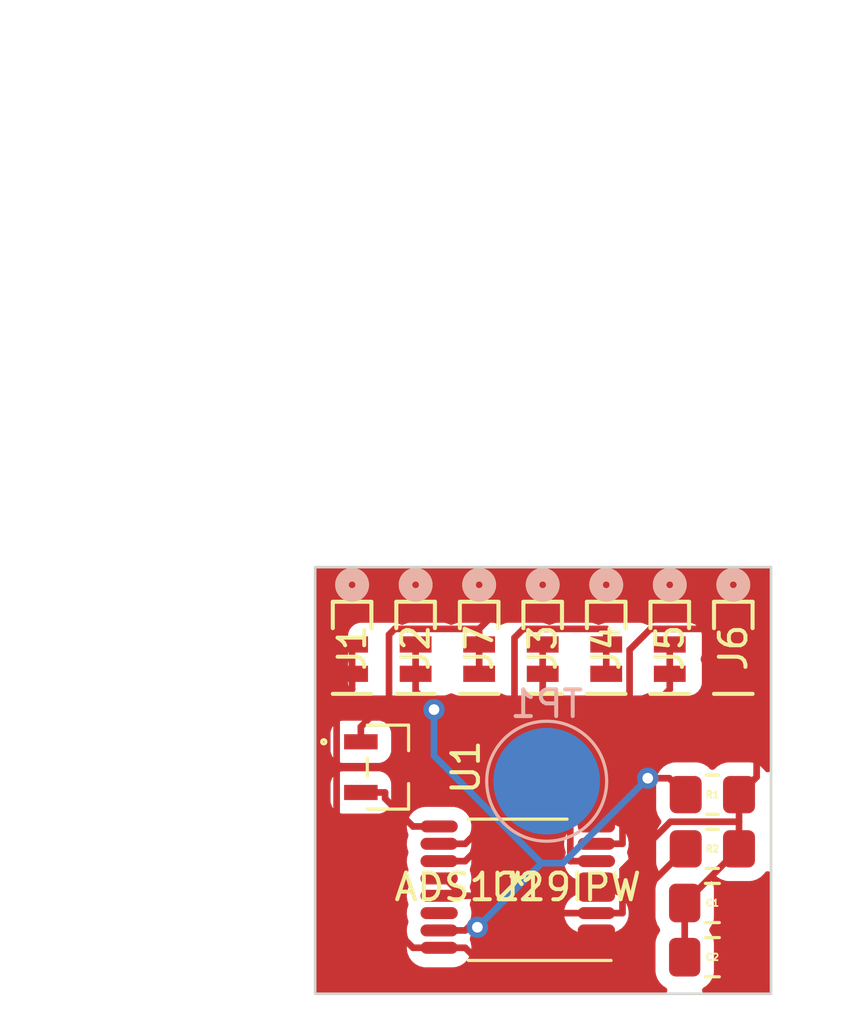
<source format=kicad_pcb>
(kicad_pcb (version 20221018) (generator pcbnew)
  (title_block (title "ADS1219 Breakout") (date "2022-07-17") (rev "4") (company "BecauseImClever.com"))
  (layers (0 "F.Cu" signal) (31 "B.Cu" signal) (34 "B.Paste" user) (35 "F.Paste" user) (36 "B.SilkS" user "B.Silkscreen") (37 "F.SilkS" user "F.Silkscreen") (38 "B.Mask" user) (39 "F.Mask" user) (44 "Edge.Cuts" user))
  (net 0 "")
  (net 1 "GND")
  (net 2 "+3.3V")
  (net 3 "/SDA")
  (net 4 "/SCL")
  (net 5 "/AIN0")
  (net 6 "/AIN1")
  (net 7 "/AIN2")
  (net 8 "/AIN3")
  (net 9 "Net-(U1-VOUT)")
  (footprint "ADS1219:ADS1219IPW" (layer "F.Cu") (at 165.6146 86.0715 180)
    (fp_text reference "U2" (at 0 0 180) (layer "F.SilkS"))
    (fp_text value "ADS1219IPW" (at 0 0 180) (layer "F.SilkS"))
    (fp_text user "*" (at 0 0 180) (layer "F.SilkS"))
    (fp_line (start -3.500001 -2.75) (end 1.849999 -2.75) (stroke (width 0.12)) (layer "F.SilkS"))
    (fp_line (start -1.849999 2.549997) (end 1.849999 2.549997) (stroke (width 0.12)) (layer "F.SilkS"))
    (pad "1" smd oval (at -2.949999 -2.274999 270) (size 0.449999 1.4) (layers "F.Cu" "F.Paste" "F.Mask") (net 1 "GND"))
    (pad "2" smd oval (at -2.949999 -1.624998 270) (size 0.449999 1.4) (layers "F.Cu" "F.Paste" "F.Mask") (net 1 "GND"))
    (pad "3" smd oval (at -2.949999 -0.974999 270) (size 0.449999 1.4) (layers "F.Cu" "F.Paste" "F.Mask") (net 2 "+3.3V"))
    (pad "4" smd oval (at -2.949999 -0.324998 270) (size 0.449999 1.4) (layers "F.Cu" "F.Paste" "F.Mask") (net 1 "GND"))
    (pad "5" smd oval (at -2.949999 0.325001 270) (size 0.449999 1.4) (layers "F.Cu" "F.Paste" "F.Mask") (net 1 "GND"))
    (pad "6" smd oval (at -2.949999 0.975002 270) (size 0.449999 1.4) (layers "F.Cu" "F.Paste" "F.Mask") (net 8 "/AIN3"))
    (pad "7" smd oval (at -2.949999 1.625001 270) (size 0.449999 1.4) (layers "F.Cu" "F.Paste" "F.Mask") (net 7 "/AIN2"))
    (pad "8" smd oval (at -2.949999 2.275002 270) (size 0.449999 1.4) (layers "F.Cu" "F.Paste" "F.Mask") (net 1 "GND"))
    (pad "9" smd oval (at 2.950002 2.275002 270) (size 0.449999 1.4) (layers "F.Cu" "F.Paste" "F.Mask") (net 9 "Net-(U1-VOUT)"))
    (pad "10" smd oval (at 2.950002 1.625001 270) (size 0.449999 1.4) (layers "F.Cu" "F.Paste" "F.Mask") (net 6 "/AIN1"))
    (pad "11" smd oval (at 2.950002 0.975002 270) (size 0.449999 1.4) (layers "F.Cu" "F.Paste" "F.Mask") (net 5 "/AIN0"))
    (pad "12" smd oval (at 2.950002 0.325001 270) (size 0.449999 1.4) (layers "F.Cu" "F.Paste" "F.Mask") (net 2 "+3.3V"))
    (pad "13" smd oval (at 2.950002 -0.324998 270) (size 0.449999 1.4) (layers "F.Cu" "F.Paste" "F.Mask") (net 2 "+3.3V"))
    (pad "14" smd oval (at 2.950002 -0.974999 270) (size 0.449999 1.4) (layers "F.Cu" "F.Paste" "F.Mask"))
    (pad "15" smd oval (at 2.950002 -1.624998 270) (size 0.449999 1.4) (layers "F.Cu" "F.Paste" "F.Mask") (net 3 "/SDA"))
    (pad "16" smd oval (at 2.950002 -2.274999 270) (size 0.449999 1.4) (layers "F.Cu" "F.Paste" "F.Mask") (net 4 "/SCL"))
  )
  (footprint "CompressionConnectors:CONN2_IPS-4102T_IRE" (layer "F.Cu") (at 168.9333 76.9715 90)
    (fp_text reference "J4" (at -0.125 0 90 unlocked) (layer "F.SilkS"))
    (fp_text value "IPS-4102T-01Y900")
    (fp_circle (center 2.2372 0) (end 2.6182 0) (stroke (width 0.508)) (fill none) (layer "B.SilkS"))
    (fp_line (start -1.8522 -0.7239) (end -1.8522 0.7239) (stroke (width 0.1524)) (layer "F.SilkS"))
    (fp_line (start 0.612351 0.7239) (end 1.6022 0.7239) (stroke (width 0.1524)) (layer "F.SilkS"))
    (fp_line (start 1.6022 -0.7239) (end 0.612351 -0.7239) (stroke (width 0.1524)) (layer "F.SilkS"))
    (fp_line (start 1.6022 0.7239) (end 1.6022 -0.7239) (stroke (width 0.1524)) (layer "F.SilkS"))
    (fp_circle (center 2.2372 0) (end 2.6182 0) (stroke (width 0.508)) (fill none) (layer "F.SilkS"))
    (pad "1" smd rect (at 0.000001 0 90) (size 0.6096 1.1938) (layers "F.Cu" "F.Paste" "F.Mask") (net 6 "/AIN1"))
    (pad "2" smd rect (at -1.099999 0 90) (size 0.6096 1.1938) (layers "F.Cu" "F.Paste" "F.Mask") (net 6 "/AIN1"))
  )
  (footprint "CompressionConnectors:CONN2_IPS-4102T_IRE" (layer "F.Cu") (at 161.7833 76.9715 90)
    (fp_text reference "J2" (at -0.125 0 90 unlocked) (layer "F.SilkS"))
    (fp_text value "IPS-4102T-01Y900")
    (fp_circle (center 2.2372 0) (end 2.6182 0) (stroke (width 0.508)) (fill none) (layer "B.SilkS"))
    (fp_line (start -1.8522 -0.7239) (end -1.8522 0.7239) (stroke (width 0.1524)) (layer "F.SilkS"))
    (fp_line (start 0.612351 0.7239) (end 1.6022 0.7239) (stroke (width 0.1524)) (layer "F.SilkS"))
    (fp_line (start 1.6022 -0.7239) (end 0.612351 -0.7239) (stroke (width 0.1524)) (layer "F.SilkS"))
    (fp_line (start 1.6022 0.7239) (end 1.6022 -0.7239) (stroke (width 0.1524)) (layer "F.SilkS"))
    (fp_circle (center 2.2372 0) (end 2.6182 0) (stroke (width 0.508)) (fill none) (layer "F.SilkS"))
    (pad "1" smd rect (at 0.000001 0 90) (size 0.6096 1.1938) (layers "F.Cu" "F.Paste" "F.Mask") (net 3 "/SDA"))
    (pad "2" smd rect (at -1.099999 0 90) (size 0.6096 1.1938) (layers "F.Cu" "F.Paste" "F.Mask") (net 3 "/SDA"))
  )
  (footprint "NCP51460SN33T1G:NCP51460SN33T1G" (layer "F.Cu") (at 160.7446 81.5715 -90)
    (fp_text reference "U1" (at 0 -2.921 90) (layer "F.SilkS"))
    (fp_text value "NCP51460SN33T1G" hide)
    (fp_line (start -1.5748 -0.7747) (end -1.5748 0.7747) (stroke (width 0.12)) (layer "F.SilkS"))
    (fp_line (start -0.61674 -0.7747) (end -1.5748 -0.7747) (stroke (width 0.12)) (layer "F.SilkS"))
    (fp_line (start -0.33322 0.7747) (end 0.33322 0.7747) (stroke (width 0.12)) (layer "F.SilkS"))
    (fp_line (start 1.5748 -0.7747) (end 0.61674 -0.7747) (stroke (width 0.12)) (layer "F.SilkS"))
    (fp_line (start 1.5748 0.7747) (end 1.5748 -0.7747) (stroke (width 0.12)) (layer "F.SilkS"))
    (fp_circle (center -0.94996 2.407399) (end -0.87376 2.407399) (stroke (width 0.12)) (fill none) (layer "F.SilkS"))
    (pad "1" smd rect (at -0.94996 1.016 270) (size 0.568 1.258799) (layers "F.Cu" "F.Paste" "F.Mask") (net 2 "+3.3V"))
    (pad "2" smd rect (at 0.94996 1.016 270) (size 0.568 1.258799) (layers "F.Cu" "F.Paste" "F.Mask") (net 9 "Net-(U1-VOUT)"))
    (pad "3" smd rect (at 0 -1.016 270) (size 0.568 1.258799) (layers "F.Cu" "F.Paste" "F.Mask") (net 1 "GND"))
  )
  (footprint "CompressionConnectors:CONN2_IPS-4102T_IRE" (layer "F.Cu") (at 173.7 76.9715 90)
    (fp_text reference "J6" (at -0.125 0 90 unlocked) (layer "F.SilkS"))
    (fp_text value "IPS-4102T-01Y900")
    (fp_circle (center 2.2372 0) (end 2.6182 0) (stroke (width 0.508)) (fill none) (layer "B.SilkS"))
    (fp_line (start -1.8522 -0.7239) (end -1.8522 0.7239) (stroke (width 0.1524)) (layer "F.SilkS"))
    (fp_line (start 0.612351 0.7239) (end 1.6022 0.7239) (stroke (width 0.1524)) (layer "F.SilkS"))
    (fp_line (start 1.6022 -0.7239) (end 0.612351 -0.7239) (stroke (width 0.1524)) (layer "F.SilkS"))
    (fp_line (start 1.6022 0.7239) (end 1.6022 -0.7239) (stroke (width 0.1524)) (layer "F.SilkS"))
    (fp_circle (center 2.2372 0) (end 2.6182 0) (stroke (width 0.508)) (fill none) (layer "F.SilkS"))
    (pad "1" smd rect (at 0.000001 0 90) (size 0.6096 1.1938) (layers "F.Cu" "F.Paste" "F.Mask") (net 8 "/AIN3"))
    (pad "2" smd rect (at -1.099999 0 90) (size 0.6096 1.1938) (layers "F.Cu" "F.Paste" "F.Mask") (net 8 "/AIN3"))
  )
  (footprint "CompressionConnectors:CONN2_IPS-4102T_IRE" (layer "F.Cu") (at 166.55 76.9715 90)
    (fp_text reference "J3" (at -0.125 0 90 unlocked) (layer "F.SilkS"))
    (fp_text value "IPS-4102T-01Y900")
    (fp_circle (center 2.2372 0) (end 2.6182 0) (stroke (width 0.508)) (fill none) (layer "B.SilkS"))
    (fp_line (start -1.8522 -0.7239) (end -1.8522 0.7239) (stroke (width 0.1524)) (layer "F.SilkS"))
    (fp_line (start 0.612351 0.7239) (end 1.6022 0.7239) (stroke (width 0.1524)) (layer "F.SilkS"))
    (fp_line (start 1.6022 -0.7239) (end 0.612351 -0.7239) (stroke (width 0.1524)) (layer "F.SilkS"))
    (fp_line (start 1.6022 0.7239) (end 1.6022 -0.7239) (stroke (width 0.1524)) (layer "F.SilkS"))
    (fp_circle (center 2.2372 0) (end 2.6182 0) (stroke (width 0.508)) (fill none) (layer "F.SilkS"))
    (pad "1" smd rect (at 0.000001 0 90) (size 0.6096 1.1938) (layers "F.Cu" "F.Paste" "F.Mask") (net 5 "/AIN0"))
    (pad "2" smd rect (at -1.099999 0 90) (size 0.6096 1.1938) (layers "F.Cu" "F.Paste" "F.Mask") (net 5 "/AIN0"))
  )
  (footprint "CompressionConnectors:CONN2_IPS-4102T_IRE" (layer "F.Cu") (at 171.3167 76.9715 90)
    (fp_text reference "J5" (at -0.125 0 90 unlocked) (layer "F.SilkS"))
    (fp_text value "IPS-4102T-01Y900")
    (fp_circle (center 2.2372 0) (end 2.6182 0) (stroke (width 0.508)) (fill none) (layer "B.SilkS"))
    (fp_line (start -1.8522 -0.7239) (end -1.8522 0.7239) (stroke (width 0.1524)) (layer "F.SilkS"))
    (fp_line (start 0.612351 0.7239) (end 1.6022 0.7239) (stroke (width 0.1524)) (layer "F.SilkS"))
    (fp_line (start 1.6022 -0.7239) (end 0.612351 -0.7239) (stroke (width 0.1524)) (layer "F.SilkS"))
    (fp_line (start 1.6022 0.7239) (end 1.6022 -0.7239) (stroke (width 0.1524)) (layer "F.SilkS"))
    (fp_circle (center 2.2372 0) (end 2.6182 0) (stroke (width 0.508)) (fill none) (layer "F.SilkS"))
    (pad "1" smd rect (at 0.000001 0 90) (size 0.6096 1.1938) (layers "F.Cu" "F.Paste" "F.Mask") (net 7 "/AIN2"))
    (pad "2" smd rect (at -1.099999 0 90) (size 0.6096 1.1938) (layers "F.Cu" "F.Paste" "F.Mask") (net 7 "/AIN2"))
  )
  (footprint "CompressionConnectors:CONN2_IPS-4102T_IRE" (layer "F.Cu") (at 159.4 76.9715 90)
    (fp_text reference "J1" (at -0.125 0 90 unlocked) (layer "F.SilkS"))
    (fp_text value "IPS-4102T-01Y900")
    (fp_circle (center 2.2372 0) (end 2.6182 0) (stroke (width 0.508)) (fill none) (layer "B.SilkS"))
    (fp_line (start -1.8522 -0.7239) (end -1.8522 0.7239) (stroke (width 0.1524)) (layer "F.SilkS"))
    (fp_line (start 0.612351 0.7239) (end 1.6022 0.7239) (stroke (width 0.1524)) (layer "F.SilkS"))
    (fp_line (start 1.6022 -0.7239) (end 0.612351 -0.7239) (stroke (width 0.1524)) (layer "F.SilkS"))
    (fp_line (start 1.6022 0.7239) (end 1.6022 -0.7239) (stroke (width 0.1524)) (layer "F.SilkS"))
    (fp_circle (center 2.2372 0) (end 2.6182 0) (stroke (width 0.508)) (fill none) (layer "F.SilkS"))
    (pad "1" smd rect (at 0.000001 0 90) (size 0.6096 1.1938) (layers "F.Cu" "F.Paste" "F.Mask") (net 4 "/SCL"))
    (pad "2" smd rect (at -1.099999 0 90) (size 0.6096 1.1938) (layers "F.Cu" "F.Paste" "F.Mask") (net 4 "/SCL"))
  )
  (footprint "Capacitor_SMD:C_0805_2012Metric_Pad1.18x1.45mm_HandSolder" (layer "F.Cu") (at 172.9146 86.6675 180)
    (fp_text reference "C1" (at 0 0) (layer "F.SilkS") (effects (font (size 0.25 0.25))))
    (fp_text value "0.1μf")
    (fp_line (start -0.261252 -0.735) (end 0.261252 -0.735) (stroke (width 0.12)) (layer "F.SilkS"))
    (fp_line (start -0.261252 0.735) (end 0.261252 0.735) (stroke (width 0.12)) (layer "F.SilkS"))
    (pad "1" smd roundrect (at -1.0375 0 180) (size 1.175 1.45) (layers "F.Cu" "F.Paste" "F.Mask") (roundrect_rratio 0.2127659574) (net 1 "GND"))
    (pad "2" smd roundrect (at 1.0375 0 180) (size 1.175 1.45) (layers "F.Cu" "F.Paste" "F.Mask") (roundrect_rratio 0.2127659574) (net 2 "+3.3V"))
  )
  (footprint "Resistor_SMD:R_0805_2012Metric_Pad1.20x1.40mm_HandSolder" (layer "F.Cu") (at 172.9146 84.6355 180)
    (fp_text reference "R2" (at 0 0) (layer "F.SilkS") (effects (font (size 0.25 0.25))))
    (fp_text value "4.7k")
    (fp_line (start -0.227064 -0.735) (end 0.227064 -0.735) (stroke (width 0.12)) (layer "F.SilkS"))
    (fp_line (start -0.227064 0.735) (end 0.227064 0.735) (stroke (width 0.12)) (layer "F.SilkS"))
    (pad "1" smd roundrect (at -1 0 180) (size 1.2 1.4) (layers "F.Cu" "F.Paste" "F.Mask") (roundrect_rratio 0.2083333333) (net 2 "+3.3V"))
    (pad "2" smd roundrect (at 1 0 180) (size 1.2 1.4) (layers "F.Cu" "F.Paste" "F.Mask") (roundrect_rratio 0.2083333333) (net 4 "/SCL"))
  )
  (footprint "CompressionConnectors:CONN2_IPS-4102T_IRE" (layer "F.Cu") (at 164.1667 76.9715 90)
    (fp_text reference "J7" (at -0.125 0 90 unlocked) (layer "F.SilkS"))
    (fp_text value "IPS-4102T-01Y900")
    (fp_circle (center 2.2372 0) (end 2.6182 0) (stroke (width 0.508)) (fill none) (layer "B.SilkS"))
    (fp_line (start -1.8522 -0.7239) (end -1.8522 0.7239) (stroke (width 0.1524)) (layer "F.SilkS"))
    (fp_line (start 0.612351 0.7239) (end 1.6022 0.7239) (stroke (width 0.1524)) (layer "F.SilkS"))
    (fp_line (start 1.6022 -0.7239) (end 0.612351 -0.7239) (stroke (width 0.1524)) (layer "F.SilkS"))
    (fp_line (start 1.6022 0.7239) (end 1.6022 -0.7239) (stroke (width 0.1524)) (layer "F.SilkS"))
    (fp_circle (center 2.2372 0) (end 2.6182 0) (stroke (width 0.508)) (fill none) (layer "F.SilkS"))
    (pad "1" smd rect (at 0.000001 0 90) (size 0.6096 1.1938) (layers "F.Cu" "F.Paste" "F.Mask") (net 2 "+3.3V"))
    (pad "2" smd rect (at -1.099999 0 90) (size 0.6096 1.1938) (layers "F.Cu" "F.Paste" "F.Mask") (net 2 "+3.3V"))
  )
  (footprint "Resistor_SMD:R_0805_2012Metric_Pad1.20x1.40mm_HandSolder" (layer "F.Cu") (at 172.9146 82.6035 180)
    (fp_text reference "R1" (at 0 0) (layer "F.SilkS") (effects (font (size 0.25 0.25))))
    (fp_text value "4.7k")
    (fp_line (start -0.227064 -0.735) (end 0.227064 -0.735) (stroke (width 0.12)) (layer "F.SilkS"))
    (fp_line (start -0.227064 0.735) (end 0.227064 0.735) (stroke (width 0.12)) (layer "F.SilkS"))
    (pad "1" smd roundrect (at -1 0 180) (size 1.2 1.4) (layers "F.Cu" "F.Paste" "F.Mask") (roundrect_rratio 0.2083333333) (net 2 "+3.3V"))
    (pad "2" smd roundrect (at 1 0 180) (size 1.2 1.4) (layers "F.Cu" "F.Paste" "F.Mask") (roundrect_rratio 0.2083333333) (net 3 "/SDA"))
  )
  (footprint "Capacitor_SMD:C_0805_2012Metric_Pad1.18x1.45mm_HandSolder" (layer "F.Cu") (at 172.9146 88.6995)
    (fp_text reference "C2" (at 0 0) (layer "F.SilkS") (effects (font (size 0.25 0.25))))
    (fp_text value "0.1μf")
    (fp_line (start -0.261252 -0.735) (end 0.261252 -0.735) (stroke (width 0.12)) (layer "F.SilkS"))
    (fp_line (start -0.261252 0.735) (end 0.261252 0.735) (stroke (width 0.12)) (layer "F.SilkS"))
    (pad "1" smd roundrect (at -1.0375 0) (size 1.175 1.45) (layers "F.Cu" "F.Paste" "F.Mask") (roundrect_rratio 0.2127659574) (net 2 "+3.3V"))
    (pad "2" smd roundrect (at 1.0375 0) (size 1.175 1.45) (layers "F.Cu" "F.Paste" "F.Mask") (roundrect_rratio 0.2127659574) (net 1 "GND"))
  )
  (footprint "TestPoint:TestPoint_Pad_D4.0mm" (layer "B.Cu") (at 166.7 82.1 180)
    (fp_text reference "TP1" (at 0 2.898) (layer "B.SilkS") (effects (justify mirror)))
    (fp_text value "TestPoint")
    (fp_circle (center 0 0) (end 0 -2.25) (stroke (width 0.12)) (fill none) (layer "B.SilkS"))
    (pad "1" smd circle (at 0 0 180) (size 4 4) (layers "B.Cu" "B.Mask") (net 1 "GND"))
  )
  (gr_rect (start 158.01455 74.07155) (end 175.11455 90.07155) (stroke (width 0.1)) (fill none) (layer "Edge.Cuts"))
  (segment (start 173.9146 83.6195) (end 173.9146 82.6035) (width 0.25) (layer "F.Cu") (net 2))
  (segment (start 165.7092 86.3965) (end 163.5424 86.3965) (width 0.25) (layer "F.Cu") (net 2))
  (segment (start 173.9091 84.6355) (end 171.8771 86.6675) (width 0.25) (layer "F.Cu") (net 2))
  (segment (start 169.5439 85.4189) (end 169.5439 87.0465) (width 0.25) (layer "F.Cu") (net 2))
  (segment (start 164.591 75.9631) (end 164.1667 76.3874) (width 0.25) (layer "F.Cu") (net 2))
  (segment (start 171.8771 88.6995) (end 171.8771 86.6675) (width 0.25) (layer "F.Cu") (net 2))
  (segment (start 174.5762 76.4778) (end 174.0615 75.9631) (width 0.25) (layer "F.Cu") (net 2))
  (segment (start 159.7286 80.6215) (end 159.7286 80.0582) (width 0.25) (layer "F.Cu") (net 2))
  (segment (start 171.3433 83.6195) (end 169.5439 85.4189) (width 0.25) (layer "F.Cu") (net 2))
  (segment (start 173.9146 84.6355) (end 173.9091 84.6355) (width 0.25) (layer "F.Cu") (net 2))
  (segment (start 173.9146 84.6355) (end 173.9146 83.6195) (width 0.25) (layer "F.Cu") (net 2))
  (segment (start 161.0003 76.3874) (end 160.7854 76.6023) (width 0.25) (layer "F.Cu") (net 2))
  (segment (start 164.1667 76.3874) (end 161.0003 76.3874) (width 0.25) (layer "F.Cu") (net 2))
  (segment (start 162.7274 85.7465) (end 162.7902 85.7465) (width 0.25) (layer "F.Cu") (net 2))
  (segment (start 168.5646 87.0465) (end 166.3592 87.0465) (width 0.25) (layer "F.Cu") (net 2))
  (segment (start 164.1667 76.9715) (end 164.1667 76.3874) (width 0.25) (layer "F.Cu") (net 2))
  (segment (start 174.0615 75.9631) (end 164.591 75.9631) (width 0.25) (layer "F.Cu") (net 2))
  (segment (start 173.9146 82.6035) (end 174.5762 81.9419) (width 0.25) (layer "F.Cu") (net 2))
  (segment (start 173.9146 83.6195) (end 171.3433 83.6195) (width 0.25) (layer "F.Cu") (net 2))
  (segment (start 160.7854 76.6023) (end 160.7854 79.0014) (width 0.25) (layer "F.Cu") (net 2))
  (segment (start 162.7274 85.7465) (end 162.6646 85.7465) (width 0.25) (layer "F.Cu") (net 2))
  (segment (start 160.7854 79.0014) (end 159.7286 80.0582) (width 0.25) (layer "F.Cu") (net 2))
  (segment (start 164.1667 78.0715) (end 164.1667 76.9715) (width 0.25) (layer "F.Cu") (net 2))
  (segment (start 162.8924 85.7465) (end 163.5424 86.3965) (width 0.25) (layer "F.Cu") (net 2))
  (segment (start 168.5646 87.0465) (end 169.5439 87.0465) (width 0.25) (layer "F.Cu") (net 2))
  (segment (start 174.5762 81.9419) (end 174.5762 76.4778) (width 0.25) (layer "F.Cu") (net 2))
  (segment (start 166.3592 87.0465) (end 165.7092 86.3965) (width 0.25) (layer "F.Cu") (net 2))
  (segment (start 162.6646 86.3965) (end 163.5424 86.3965) (width 0.25) (layer "F.Cu") (net 2))
  (segment (start 162.7902 85.7465) (end 162.8924 85.7465) (width 0.25) (layer "F.Cu") (net 2))
  (segment (start 163.7639 87.5765) (end 163.6439 87.6965) (width 0.25) (layer "F.Cu") (net 3))
  (segment (start 161.7833 76.9715) (end 161.7833 78.0715) (width 0.25) (layer "F.Cu") (net 3))
  (segment (start 162.6646 87.6965) (end 163.6439 87.6965) (width 0.25) (layer "F.Cu") (net 3))
  (segment (start 171.9146 82.6035) (end 171.2984 81.9873) (width 0.25) (layer "F.Cu") (net 3))
  (segment (start 162.4724 79.4139) (end 161.7833 78.7248) (width 0.25) (layer "F.Cu") (net 3))
  (segment (start 171.2984 81.9873) (end 170.4913 81.9873) (width 0.25) (layer "F.Cu") (net 3))
  (segment (start 164.0998 87.5765) (end 163.7639 87.5765) (width 0.25) (layer "F.Cu") (net 3))
  (segment (start 161.7833 78.7248) (end 161.7833 78.0715) (width 0.25) (layer "F.Cu") (net 3))
  (via (at 162.4724 79.4139) (size 0.8) (drill 0.4) (layers "F.Cu" "B.Cu") (net 3))
  (via (at 164.0998 87.5765) (size 0.8) (drill 0.4) (layers "F.Cu" "B.Cu") (net 3))
  (via (at 170.4913 81.9873) (size 0.8) (drill 0.4) (layers "F.Cu" "B.Cu") (net 3))
  (segment (start 166.5024 85.1739) (end 164.0998 87.5765) (width 0.25) (layer "B.Cu") (net 3))
  (segment (start 162.4724 81.144) (end 162.4724 79.4139) (width 0.25) (layer "B.Cu") (net 3))
  (segment (start 166.5024 85.1739) (end 162.4724 81.144) (width 0.25) (layer "B.Cu") (net 3))
  (segment (start 170.4913 81.9873) (end 167.3046 85.174) (width 0.25) (layer "B.Cu") (net 3))
  (segment (start 167.3046 85.174) (end 166.5024 85.174) (width 0.25) (layer "B.Cu") (net 3))
  (segment (start 166.5024 85.174) (end 166.5024 85.1739) (width 0.25) (layer "B.Cu") (net 3))
  (segment (start 170.1884 86.3617) (end 170.1884 87.9118) (width 0.25) (layer "F.Cu") (net 4))
  (segment (start 170.1884 87.9118) (end 169.2444 88.8558) (width 0.25) (layer "F.Cu") (net 4))
  (segment (start 169.2444 88.8558) (end 164.1532 88.8558) (width 0.25) (layer "F.Cu") (net 4))
  (segment (start 158.8199 79.2357) (end 159.4 78.6556) (width 0.25) (layer "F.Cu") (net 4))
  (segment (start 161.6853 88.3465) (end 158.8199 85.4811) (width 0.25) (layer "F.Cu") (net 4))
  (segment (start 159.4 78.0715) (end 159.4 78.6556) (width 0.25) (layer "F.Cu") (net 4))
  (segment (start 162.6646 88.3465) (end 163.6439 88.3465) (width 0.25) (layer "F.Cu") (net 4))
  (segment (start 159.4 76.9715) (end 159.4 78.0715) (width 0.25) (layer "F.Cu") (net 4))
  (segment (start 164.1532 88.8558) (end 163.6439 88.3465) (width 0.25) (layer "F.Cu") (net 4))
  (segment (start 162.6646 88.3465) (end 161.6853 88.3465) (width 0.25) (layer "F.Cu") (net 4))
  (segment (start 158.8199 85.4811) (end 158.8199 79.2357) (width 0.25) (layer "F.Cu") (net 4))
  (segment (start 171.9146 84.6355) (end 170.1884 86.3617) (width 0.25) (layer "F.Cu") (net 4))
  (segment (start 166.55 82.1904) (end 166.55 78.0715) (width 0.25) (layer "F.Cu") (net 5))
  (segment (start 163.6439 85.0965) (end 166.55 82.1904) (width 0.25) (layer "F.Cu") (net 5))
  (segment (start 162.6646 85.0965) (end 163.6439 85.0965) (width 0.25) (layer "F.Cu") (net 5))
  (segment (start 166.55 78.0715) (end 166.55 76.9715) (width 0.25) (layer "F.Cu") (net 5))
  (segment (start 165.4924 76.719) (end 165.824 76.3874) (width 0.25) (layer "F.Cu") (net 6))
  (segment (start 165.824 76.3874) (end 168.9333 76.3874) (width 0.25) (layer "F.Cu") (net 6))
  (segment (start 168.9333 78.0715) (end 168.9333 76.9715) (width 0.25) (layer "F.Cu") (net 6))
  (segment (start 162.6646 84.4465) (end 163.6439 84.4465) (width 0.25) (layer "F.Cu") (net 6))
  (segment (start 163.6439 84.4465) (end 165.4924 82.598) (width 0.25) (layer "F.Cu") (net 6))
  (segment (start 168.9333 76.9715) (end 168.9333 76.3874) (width 0.25) (layer "F.Cu") (net 6))
  (segment (start 165.4924 82.598) (end 165.4924 76.719) (width 0.25) (layer "F.Cu") (net 6))
  (segment (start 169.5439 80.4284) (end 171.3167 78.6556) (width 0.25) (layer "F.Cu") (net 7))
  (segment (start 168.5646 84.4465) (end 169.5439 84.4465) (width 0.25) (layer "F.Cu") (net 7))
  (segment (start 171.3167 76.9715) (end 171.3167 78.0715) (width 0.25) (layer "F.Cu") (net 7))
  (segment (start 169.5439 84.4465) (end 169.5439 80.4284) (width 0.25) (layer "F.Cu") (net 7))
  (segment (start 171.3167 78.0715) (end 171.3167 78.6556) (width 0.25) (layer "F.Cu") (net 7))
  (segment (start 173.7 76.9715) (end 173.7 76.3874) (width 0.25) (layer "F.Cu") (net 8))
  (segment (start 169.8095 77.173) (end 170.5951 76.3874) (width 0.25) (layer "F.Cu") (net 8))
  (segment (start 173.7 78.0715) (end 173.7 76.9715) (width 0.25) (layer "F.Cu") (net 8))
  (segment (start 168.5646 85.0965) (end 167.5853 85.0965) (width 0.25) (layer "F.Cu") (net 8))
  (segment (start 167.5853 81.4895) (end 169.8095 79.2653) (width 0.25) (layer "F.Cu") (net 8))
  (segment (start 169.8095 79.2653) (end 169.8095 77.173) (width 0.25) (layer "F.Cu") (net 8))
  (segment (start 167.5853 85.0965) (end 167.5853 81.4895) (width 0.25) (layer "F.Cu") (net 8))
  (segment (start 170.5951 76.3874) (end 173.7 76.3874) (width 0.25) (layer "F.Cu") (net 8))
  (segment (start 159.7286 82.5215) (end 160.6373 82.5215) (width 0.25) (layer "F.Cu") (net 9))
  (segment (start 160.6373 82.7485) (end 161.6853 83.7965) (width 0.25) (layer "F.Cu") (net 9))
  (segment (start 160.6373 82.5215) (end 160.6373 82.7485) (width 0.25) (layer "F.Cu") (net 9))
  (segment (start 162.6646 83.7965) (end 161.6853 83.7965) (width 0.25) (layer "F.Cu") (net 9))
  (zone (net 1) (net_name "GND") (layers "F&B.Cu") (connect_pads yes (clearance 0.508)) (min_thickness 0.254) (fill yes (thermal_gap 0.508) (thermal_bridge_width 0.508))
    (polygon (pts (xy 175.11455 90.07155) (xy 158.01455 90.07155) (xy 158.01455 74.07155) (xy 175.11455 74.07155)))
  )
)
</source>
